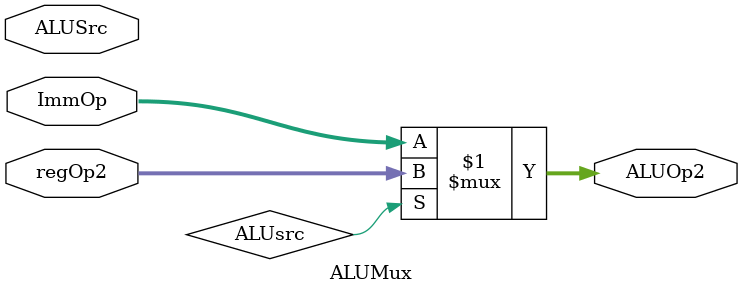
<source format=sv>

module ALUMux # (
    parameter Data_Width = 32,

) (
    //Interface signals
    input logic [Data_Width-1:0] regOp2, //Output if mux select is 0
    input logic [Data_Width-1:0] ImmOp, //Output if mux select is 1
    input logic ALUSrc, //mux select
    output logic [Data_Width-1:0] ALUOp2 //2nd output of ALU
);

assign ALUOp2 = (ALUsrc) ? regOp2:ImmOp;

endmodule


</source>
